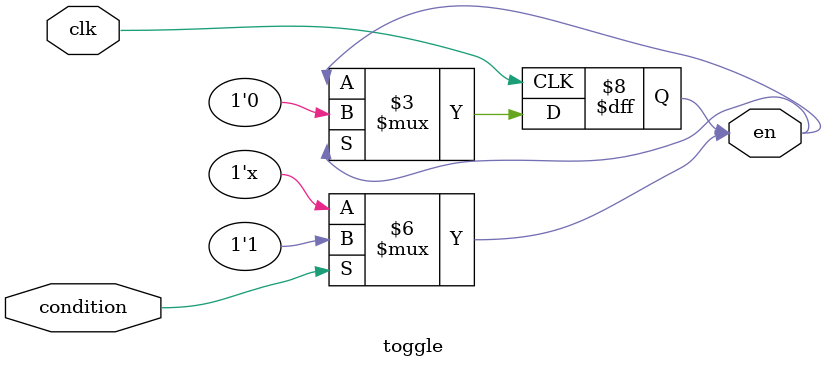
<source format=v>
module toggle (
    input clk,condition,
    output reg en
);
    always @ (*) if (condition) en = 1;
    always @ (posedge clk) begin
        //reset toggle the cycle after or at synchronous reset

        if (en) en<= 0; 
    end

endmodule

</source>
